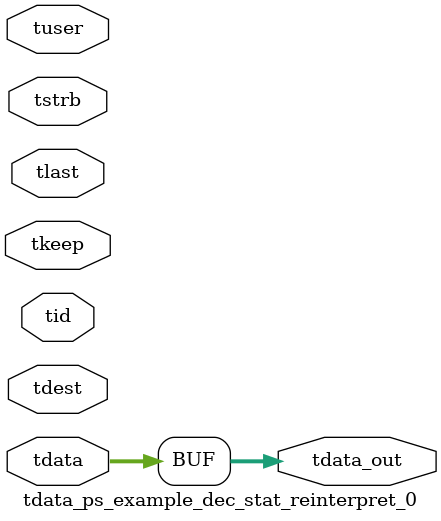
<source format=v>


`timescale 1ps/1ps

module tdata_ps_example_dec_stat_reinterpret_0 #
(
parameter C_S_AXIS_TDATA_WIDTH = 32,
parameter C_S_AXIS_TUSER_WIDTH = 0,
parameter C_S_AXIS_TID_WIDTH   = 0,
parameter C_S_AXIS_TDEST_WIDTH = 0,
parameter C_M_AXIS_TDATA_WIDTH = 32
)
(
input  [(C_S_AXIS_TDATA_WIDTH == 0 ? 1 : C_S_AXIS_TDATA_WIDTH)-1:0     ] tdata,
input  [(C_S_AXIS_TUSER_WIDTH == 0 ? 1 : C_S_AXIS_TUSER_WIDTH)-1:0     ] tuser,
input  [(C_S_AXIS_TID_WIDTH   == 0 ? 1 : C_S_AXIS_TID_WIDTH)-1:0       ] tid,
input  [(C_S_AXIS_TDEST_WIDTH == 0 ? 1 : C_S_AXIS_TDEST_WIDTH)-1:0     ] tdest,
input  [(C_S_AXIS_TDATA_WIDTH/8)-1:0 ] tkeep,
input  [(C_S_AXIS_TDATA_WIDTH/8)-1:0 ] tstrb,
input                                                                    tlast,
output [C_M_AXIS_TDATA_WIDTH-1:0] tdata_out
);

assign tdata_out = {8'b00000000,tdata[31:0]};

endmodule


</source>
